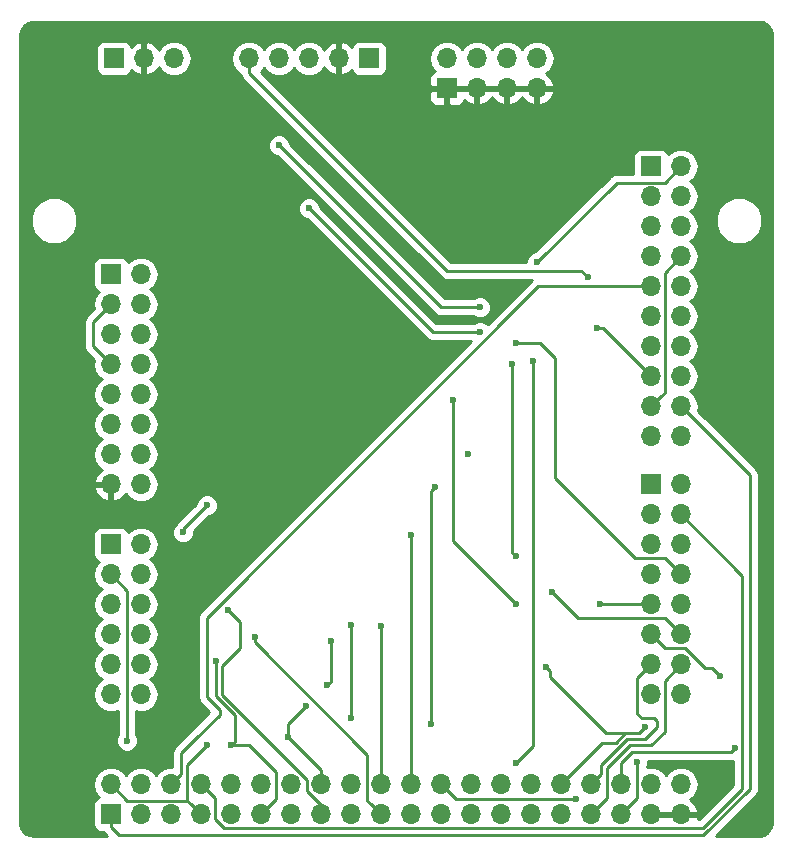
<source format=gbr>
G04 #@! TF.GenerationSoftware,KiCad,Pcbnew,(5.0.1)-4*
G04 #@! TF.CreationDate,2018-11-19T18:58:20-05:00*
G04 #@! TF.ProjectId,k64shield,6B3634736869656C642E6B696361645F,rev?*
G04 #@! TF.SameCoordinates,Original*
G04 #@! TF.FileFunction,Copper,L2,Bot,Signal*
G04 #@! TF.FilePolarity,Positive*
%FSLAX46Y46*%
G04 Gerber Fmt 4.6, Leading zero omitted, Abs format (unit mm)*
G04 Created by KiCad (PCBNEW (5.0.1)-4) date 11/19/2018 6:58:20 PM*
%MOMM*%
%LPD*%
G01*
G04 APERTURE LIST*
G04 #@! TA.AperFunction,ComponentPad*
%ADD10R,1.700000X1.700000*%
G04 #@! TD*
G04 #@! TA.AperFunction,ComponentPad*
%ADD11O,1.700000X1.700000*%
G04 #@! TD*
G04 #@! TA.AperFunction,ViaPad*
%ADD12C,0.600000*%
G04 #@! TD*
G04 #@! TA.AperFunction,Conductor*
%ADD13C,0.250000*%
G04 #@! TD*
G04 #@! TA.AperFunction,Conductor*
%ADD14C,0.254000*%
G04 #@! TD*
G04 APERTURE END LIST*
D10*
G04 #@! TO.P,J3,1*
G04 #@! TO.N,/B2*
X96774000Y-121920000D03*
D11*
G04 #@! TO.P,J3,2*
G04 #@! TO.N,/GND*
X96774000Y-119380000D03*
G04 #@! TO.P,J3,3*
G04 #@! TO.N,/B1*
X99314000Y-121920000D03*
G04 #@! TO.P,J3,4*
G04 #@! TO.N,/PTB2*
X99314000Y-119380000D03*
G04 #@! TO.P,J3,5*
G04 #@! TO.N,/RST*
X101854000Y-121920000D03*
G04 #@! TO.P,J3,6*
G04 #@! TO.N,/ADC1_DP0*
X101854000Y-119380000D03*
G04 #@! TO.P,J3,7*
G04 #@! TO.N,/GND*
X104394000Y-121920000D03*
G04 #@! TO.P,J3,8*
G04 #@! TO.N,/A2*
X104394000Y-119380000D03*
G04 #@! TO.P,J3,9*
G04 #@! TO.N,/PTB3*
X106934000Y-121920000D03*
G04 #@! TO.P,J3,10*
G04 #@! TO.N,/A1*
X106934000Y-119380000D03*
G04 #@! TO.P,J3,11*
G04 #@! TO.N,/GND*
X109474000Y-121920000D03*
G04 #@! TO.P,J3,12*
G04 #@! TO.N,/PTC10*
X109474000Y-119380000D03*
G04 #@! TO.P,J3,13*
G04 #@! TO.N,/DAC0_OUT*
X112014000Y-121920000D03*
G04 #@! TO.P,J3,14*
G04 #@! TO.N,/PTC11*
X112014000Y-119380000D03*
G04 #@! TO.P,J3,15*
G04 #@! TO.N,/ADC1_DP1*
X114554000Y-121920000D03*
G04 #@! TO.P,J3,16*
G04 #@! TO.N,/GND*
X114554000Y-119380000D03*
G04 #@! TO.P,J3,17*
G04 #@! TO.N,/PTB20*
X117094000Y-121920000D03*
G04 #@! TO.P,J3,18*
G04 #@! TO.N,/PTD3*
X117094000Y-119380000D03*
G04 #@! TO.P,J3,19*
G04 #@! TO.N,/PTB10*
X119634000Y-121920000D03*
G04 #@! TO.P,J3,20*
G04 #@! TO.N,/PTD2*
X119634000Y-119380000D03*
G04 #@! TO.P,J3,21*
G04 #@! TO.N,/GND*
X122174000Y-121920000D03*
G04 #@! TO.P,J3,22*
G04 #@! TO.N,/PTD1*
X122174000Y-119380000D03*
G04 #@! TO.P,J3,23*
G04 #@! TO.N,/PTB11*
X124714000Y-121920000D03*
G04 #@! TO.P,J3,24*
G04 #@! TO.N,/3v3*
X124714000Y-119380000D03*
G04 #@! TO.P,J3,25*
G04 #@! TO.N,/PTE25*
X127254000Y-121920000D03*
G04 #@! TO.P,J3,26*
G04 #@! TO.N,/PTD0*
X127254000Y-119380000D03*
G04 #@! TO.P,J3,27*
G04 #@! TO.N,/GND*
X129794000Y-121920000D03*
G04 #@! TO.P,J3,28*
G04 #@! TO.N,/PTC9*
X129794000Y-119380000D03*
G04 #@! TO.P,J3,29*
G04 #@! TO.N,/PTE24*
X132334000Y-121920000D03*
G04 #@! TO.P,J3,30*
G04 #@! TO.N,/PTB18*
X132334000Y-119380000D03*
G04 #@! TO.P,J3,31*
G04 #@! TO.N,/Rx3*
X134874000Y-121920000D03*
G04 #@! TO.P,J3,32*
G04 #@! TO.N,/GND*
X134874000Y-119380000D03*
G04 #@! TO.P,J3,33*
G04 #@! TO.N,/Tx3*
X137414000Y-121920000D03*
G04 #@! TO.P,J3,34*
G04 #@! TO.N,/PTB19*
X137414000Y-119380000D03*
G04 #@! TO.P,J3,35*
G04 #@! TO.N,/GND*
X139954000Y-121920000D03*
G04 #@! TO.P,J3,36*
G04 #@! TO.N,/PTA2*
X139954000Y-119380000D03*
G04 #@! TO.P,J3,37*
G04 #@! TO.N,/5V*
X142494000Y-121920000D03*
G04 #@! TO.P,J3,38*
G04 #@! TO.N,/PTA1*
X142494000Y-119380000D03*
G04 #@! TO.P,J3,39*
G04 #@! TO.N,/5V*
X145034000Y-121920000D03*
G04 #@! TO.P,J3,40*
G04 #@! TO.N,/3v3*
X145034000Y-119380000D03*
G04 #@! TD*
D10*
G04 #@! TO.P,J1,1*
G04 #@! TO.N,Net-(J1-Pad1)*
X96774000Y-76200000D03*
D11*
G04 #@! TO.P,J1,2*
G04 #@! TO.N,Net-(J1-Pad2)*
X99314000Y-76200000D03*
G04 #@! TO.P,J1,3*
G04 #@! TO.N,/3v3*
X96774000Y-78740000D03*
G04 #@! TO.P,J1,4*
G04 #@! TO.N,Net-(J1-Pad4)*
X99314000Y-78740000D03*
G04 #@! TO.P,J1,5*
G04 #@! TO.N,/RST*
X96774000Y-81280000D03*
G04 #@! TO.P,J1,6*
G04 #@! TO.N,Net-(J1-Pad6)*
X99314000Y-81280000D03*
G04 #@! TO.P,J1,7*
G04 #@! TO.N,/3v3*
X96774000Y-83820000D03*
G04 #@! TO.P,J1,8*
G04 #@! TO.N,Net-(J1-Pad8)*
X99314000Y-83820000D03*
G04 #@! TO.P,J1,9*
G04 #@! TO.N,Net-(J1-Pad9)*
X96774000Y-86360000D03*
G04 #@! TO.P,J1,10*
G04 #@! TO.N,Net-(J1-Pad10)*
X99314000Y-86360000D03*
G04 #@! TO.P,J1,11*
G04 #@! TO.N,/GND*
X96774000Y-88900000D03*
G04 #@! TO.P,J1,12*
G04 #@! TO.N,Net-(J1-Pad12)*
X99314000Y-88900000D03*
G04 #@! TO.P,J1,13*
G04 #@! TO.N,/GND*
X96774000Y-91440000D03*
G04 #@! TO.P,J1,14*
G04 #@! TO.N,Net-(J1-Pad14)*
X99314000Y-91440000D03*
G04 #@! TO.P,J1,15*
G04 #@! TO.N,/5V*
X96774000Y-93980000D03*
G04 #@! TO.P,J1,16*
G04 #@! TO.N,Net-(J1-Pad16)*
X99314000Y-93980000D03*
G04 #@! TD*
D10*
G04 #@! TO.P,J2,1*
G04 #@! TO.N,/PTB2*
X96774000Y-99060000D03*
D11*
G04 #@! TO.P,J2,2*
G04 #@! TO.N,Net-(J2-Pad2)*
X99314000Y-99060000D03*
G04 #@! TO.P,J2,3*
G04 #@! TO.N,/PTB3*
X96774000Y-101600000D03*
G04 #@! TO.P,J2,4*
G04 #@! TO.N,Net-(J2-Pad4)*
X99314000Y-101600000D03*
G04 #@! TO.P,J2,5*
G04 #@! TO.N,/PTB10*
X96774000Y-104140000D03*
G04 #@! TO.P,J2,6*
G04 #@! TO.N,/ADC1_DP1*
X99314000Y-104140000D03*
G04 #@! TO.P,J2,7*
G04 #@! TO.N,/PTB11*
X96774000Y-106680000D03*
G04 #@! TO.P,J2,8*
G04 #@! TO.N,Net-(J2-Pad8)*
X99314000Y-106680000D03*
G04 #@! TO.P,J2,9*
G04 #@! TO.N,/PTC11*
X96774000Y-109220000D03*
G04 #@! TO.P,J2,10*
G04 #@! TO.N,/PTB20*
X99314000Y-109220000D03*
G04 #@! TO.P,J2,11*
G04 #@! TO.N,/PTC10*
X96774000Y-111760000D03*
G04 #@! TO.P,J2,12*
G04 #@! TO.N,/DAC0_OUT*
X99314000Y-111760000D03*
G04 #@! TD*
D10*
G04 #@! TO.P,J4,1*
G04 #@! TO.N,Net-(J4-Pad1)*
X142494000Y-67056000D03*
D11*
G04 #@! TO.P,J4,2*
G04 #@! TO.N,/PTE24*
X145034000Y-67056000D03*
G04 #@! TO.P,J4,3*
G04 #@! TO.N,Net-(J4-Pad3)*
X142494000Y-69596000D03*
G04 #@! TO.P,J4,4*
G04 #@! TO.N,/PTE25*
X145034000Y-69596000D03*
G04 #@! TO.P,J4,5*
G04 #@! TO.N,Net-(J4-Pad5)*
X142494000Y-72136000D03*
G04 #@! TO.P,J4,6*
G04 #@! TO.N,Net-(J4-Pad6)*
X145034000Y-72136000D03*
G04 #@! TO.P,J4,7*
G04 #@! TO.N,Net-(J4-Pad7)*
X142494000Y-74676000D03*
G04 #@! TO.P,J4,8*
G04 #@! TO.N,/GND*
X145034000Y-74676000D03*
G04 #@! TO.P,J4,9*
G04 #@! TO.N,/ADC1_DP0*
X142494000Y-77216000D03*
G04 #@! TO.P,J4,10*
G04 #@! TO.N,/PTD1*
X145034000Y-77216000D03*
G04 #@! TO.P,J4,11*
G04 #@! TO.N,Net-(J4-Pad11)*
X142494000Y-79756000D03*
G04 #@! TO.P,J4,12*
G04 #@! TO.N,/PTD3*
X145034000Y-79756000D03*
G04 #@! TO.P,J4,13*
G04 #@! TO.N,Net-(J4-Pad13)*
X142494000Y-82296000D03*
G04 #@! TO.P,J4,14*
G04 #@! TO.N,/PTD2*
X145034000Y-82296000D03*
G04 #@! TO.P,J4,15*
G04 #@! TO.N,/AO*
X142494000Y-84836000D03*
G04 #@! TO.P,J4,16*
G04 #@! TO.N,/PTD0*
X145034000Y-84836000D03*
G04 #@! TO.P,J4,17*
G04 #@! TO.N,/GND*
X142494000Y-87376000D03*
G04 #@! TO.P,J4,18*
G04 #@! TO.N,/B2*
X145034000Y-87376000D03*
G04 #@! TO.P,J4,19*
G04 #@! TO.N,Net-(J4-Pad19)*
X142494000Y-89916000D03*
G04 #@! TO.P,J4,20*
G04 #@! TO.N,Net-(J4-Pad20)*
X145034000Y-89916000D03*
G04 #@! TD*
D10*
G04 #@! TO.P,J5,1*
G04 #@! TO.N,Net-(J5-Pad1)*
X142494000Y-93980000D03*
D11*
G04 #@! TO.P,J5,2*
G04 #@! TO.N,/B1*
X145034000Y-93980000D03*
G04 #@! TO.P,J5,3*
G04 #@! TO.N,Net-(J5-Pad3)*
X142494000Y-96520000D03*
G04 #@! TO.P,J5,4*
G04 #@! TO.N,/A2*
X145034000Y-96520000D03*
G04 #@! TO.P,J5,5*
G04 #@! TO.N,Net-(J5-Pad5)*
X142494000Y-99060000D03*
G04 #@! TO.P,J5,6*
G04 #@! TO.N,/PTA2*
X145034000Y-99060000D03*
G04 #@! TO.P,J5,7*
G04 #@! TO.N,/PTC9*
X142494000Y-101600000D03*
G04 #@! TO.P,J5,8*
G04 #@! TO.N,/SI*
X145034000Y-101600000D03*
G04 #@! TO.P,J5,9*
G04 #@! TO.N,/SIG*
X142494000Y-104140000D03*
G04 #@! TO.P,J5,10*
G04 #@! TO.N,/PTA1*
X145034000Y-104140000D03*
G04 #@! TO.P,J5,11*
G04 #@! TO.N,/A1*
X142494000Y-106680000D03*
G04 #@! TO.P,J5,12*
G04 #@! TO.N,/CLK*
X145034000Y-106680000D03*
G04 #@! TO.P,J5,13*
G04 #@! TO.N,/PTB19*
X142494000Y-109220000D03*
G04 #@! TO.P,J5,14*
G04 #@! TO.N,/Tx3*
X145034000Y-109220000D03*
G04 #@! TO.P,J5,15*
G04 #@! TO.N,/PTB18*
X142494000Y-111760000D03*
G04 #@! TO.P,J5,16*
G04 #@! TO.N,/Rx3*
X145034000Y-111760000D03*
G04 #@! TD*
D10*
G04 #@! TO.P,J6,1*
G04 #@! TO.N,/GND*
X118618000Y-57912000D03*
D11*
G04 #@! TO.P,J6,2*
G04 #@! TO.N,/5V*
X116078000Y-57912000D03*
G04 #@! TO.P,J6,3*
G04 #@! TO.N,/CLK*
X113538000Y-57912000D03*
G04 #@! TO.P,J6,4*
G04 #@! TO.N,/SI*
X110998000Y-57912000D03*
G04 #@! TO.P,J6,5*
G04 #@! TO.N,/AO*
X108458000Y-57912000D03*
G04 #@! TD*
D10*
G04 #@! TO.P,J7,1*
G04 #@! TO.N,/GND*
X97028000Y-57912000D03*
D11*
G04 #@! TO.P,J7,2*
G04 #@! TO.N,/5V*
X99568000Y-57912000D03*
G04 #@! TO.P,J7,3*
G04 #@! TO.N,/SIG*
X102108000Y-57912000D03*
G04 #@! TD*
G04 #@! TO.P,J8,8*
G04 #@! TO.N,/GND*
X132842000Y-57912000D03*
G04 #@! TO.P,J8,7*
G04 #@! TO.N,/5V*
X132842000Y-60452000D03*
G04 #@! TO.P,J8,6*
G04 #@! TO.N,/GND*
X130302000Y-57912000D03*
G04 #@! TO.P,J8,5*
G04 #@! TO.N,/5V*
X130302000Y-60452000D03*
G04 #@! TO.P,J8,4*
G04 #@! TO.N,/GND*
X127762000Y-57912000D03*
G04 #@! TO.P,J8,3*
G04 #@! TO.N,/5V*
X127762000Y-60452000D03*
G04 #@! TO.P,J8,2*
G04 #@! TO.N,/GND*
X125222000Y-57912000D03*
D10*
G04 #@! TO.P,J8,1*
G04 #@! TO.N,/5V*
X125222000Y-60452000D03*
G04 #@! TD*
D12*
G04 #@! TO.N,/GND*
X106934000Y-116078000D03*
X104902000Y-116078000D03*
X133604000Y-109474000D03*
X111760000Y-115383919D03*
X113284000Y-112776000D03*
X115062000Y-110998000D03*
X115361999Y-107233999D03*
X102870000Y-98044000D03*
X104902000Y-95758000D03*
X105664000Y-108966000D03*
X141318999Y-117442999D03*
X141986000Y-114554000D03*
G04 #@! TO.N,/5V*
X149352000Y-119126000D03*
X146558000Y-117856000D03*
X151213736Y-121412000D03*
G04 #@! TO.N,/A1*
X148336000Y-110236000D03*
G04 #@! TO.N,/AO*
X137160000Y-76454000D03*
X137922000Y-80772000D03*
G04 #@! TO.N,/CLK*
X134112000Y-103124000D03*
X131064000Y-100076000D03*
X130764001Y-83820000D03*
X128016000Y-81071999D03*
X113538000Y-70612000D03*
G04 #@! TO.N,/SIG*
X125730000Y-86868000D03*
X131064000Y-104140000D03*
X138176000Y-104140000D03*
G04 #@! TO.N,/SI*
X131064000Y-82042000D03*
X128016000Y-78994000D03*
X110998000Y-65278000D03*
G04 #@! TO.N,/3v3*
X136144000Y-120650000D03*
G04 #@! TO.N,/PTB3*
X98138999Y-115664999D03*
G04 #@! TO.N,/PTB10*
X108966000Y-106934000D03*
G04 #@! TO.N,/ADC1_DP1*
X106680000Y-104648000D03*
G04 #@! TO.N,/PTD3*
X117094000Y-105918000D03*
X117094000Y-113792000D03*
G04 #@! TO.N,/PTD2*
X119634000Y-105956998D03*
G04 #@! TO.N,/PTD1*
X122212998Y-98298000D03*
G04 #@! TO.N,/PTE25*
X127000000Y-91440000D03*
X124206000Y-94234000D03*
X123906001Y-114254001D03*
G04 #@! TO.N,/PTE24*
X132842000Y-75184000D03*
X132542001Y-83520001D03*
X131064000Y-117602000D03*
G04 #@! TO.N,/PTA2*
X149606000Y-116332000D03*
G04 #@! TD*
D13*
G04 #@! TO.N,/GND*
X102870000Y-98044000D02*
X102870000Y-98044000D01*
X102870000Y-97790000D02*
X104902000Y-95758000D01*
X109474000Y-121920000D02*
X110744000Y-120650000D01*
X106934000Y-116078000D02*
X106934000Y-116078000D01*
X103218999Y-117761001D02*
X104902000Y-116078000D01*
X103218999Y-120744999D02*
X103218999Y-117761001D01*
X114554000Y-118177919D02*
X111760000Y-115383919D01*
X114554000Y-119380000D02*
X114554000Y-118177919D01*
X111760000Y-115383919D02*
X111760000Y-115383919D01*
X111760000Y-115383919D02*
X111760000Y-114300000D01*
X111760000Y-114300000D02*
X113284000Y-112776000D01*
X113284000Y-112776000D02*
X113284000Y-112776000D01*
X115361999Y-110698001D02*
X115361999Y-107233999D01*
X115062000Y-110998000D02*
X115361999Y-110698001D01*
X115361999Y-107233999D02*
X115361999Y-107233999D01*
X102870000Y-98044000D02*
X102870000Y-97790000D01*
X104902000Y-95758000D02*
X104902000Y-95758000D01*
X103544001Y-121070001D02*
X104394000Y-121920000D01*
X103218999Y-120744999D02*
X103544001Y-121070001D01*
X98138999Y-120744999D02*
X103218999Y-120744999D01*
X96774000Y-119380000D02*
X98138999Y-120744999D01*
X143343999Y-86526001D02*
X142494000Y-87376000D01*
X143669001Y-86200999D02*
X143343999Y-86526001D01*
X143669001Y-76040999D02*
X143669001Y-86200999D01*
X145034000Y-74676000D02*
X143669001Y-76040999D01*
X110744000Y-120650000D02*
X110744000Y-118364000D01*
X108458000Y-116078000D02*
X106934000Y-116078000D01*
X110744000Y-118364000D02*
X108458000Y-116078000D01*
X107233999Y-113497407D02*
X105664000Y-111927408D01*
X106934000Y-116078000D02*
X107233999Y-115778001D01*
X107233999Y-115778001D02*
X107233999Y-113497407D01*
X105664000Y-111927408D02*
X105664000Y-108966000D01*
X105664000Y-108966000D02*
X105664000Y-108966000D01*
X141318999Y-120555001D02*
X141318999Y-117442999D01*
X139954000Y-121920000D02*
X141318999Y-120555001D01*
X141318999Y-117442999D02*
X141224000Y-117348000D01*
X141986000Y-114554000D02*
X141986000Y-114554000D01*
X134874000Y-119380000D02*
X138365795Y-115888205D01*
X141478000Y-115062000D02*
X141986000Y-114554000D01*
X140333590Y-115062000D02*
X141478000Y-115062000D01*
X139507385Y-115888205D02*
X140333590Y-115062000D01*
X138365795Y-115888205D02*
X139507385Y-115888205D01*
X133903999Y-109773999D02*
X133903999Y-110281999D01*
X133604000Y-109474000D02*
X133903999Y-109773999D01*
X138684000Y-115062000D02*
X140333590Y-115062000D01*
X133903999Y-110281999D02*
X138684000Y-115062000D01*
G04 #@! TO.N,/5V*
X146558000Y-117856000D02*
X146558000Y-117856000D01*
X148082000Y-117856000D02*
X149352000Y-119126000D01*
X149352000Y-119126000D02*
X149352000Y-119126000D01*
X146558000Y-117856000D02*
X148082000Y-117856000D01*
X99568000Y-57912000D02*
X99568000Y-60198000D01*
G04 #@! TO.N,/A1*
X147631990Y-109531990D02*
X148336000Y-110236000D01*
X147084992Y-109531990D02*
X147631990Y-109531990D01*
X145408003Y-107855001D02*
X147084992Y-109531990D01*
X142494000Y-106680000D02*
X143669001Y-107855001D01*
X143669001Y-107855001D02*
X145408003Y-107855001D01*
G04 #@! TO.N,/A2*
X105243999Y-120229999D02*
X104394000Y-119380000D01*
X105569001Y-120555001D02*
X105243999Y-120229999D01*
X150231001Y-101717001D02*
X150231001Y-119770999D01*
X145034000Y-96520000D02*
X150231001Y-101717001D01*
X150231001Y-119770999D02*
X146906999Y-123095001D01*
X146906999Y-123095001D02*
X106331001Y-123095001D01*
X106331001Y-123095001D02*
X105569001Y-122333001D01*
X105569001Y-122333001D02*
X105569001Y-120555001D01*
G04 #@! TO.N,/B2*
X96774000Y-123020000D02*
X97452000Y-123698000D01*
X96774000Y-121920000D02*
X96774000Y-123020000D01*
X146940410Y-123698000D02*
X150876000Y-119762410D01*
X97452000Y-123698000D02*
X146940410Y-123698000D01*
X150876000Y-93218000D02*
X145034000Y-87376000D01*
X150876000Y-119762410D02*
X150876000Y-93218000D01*
G04 #@! TO.N,/AO*
X108458000Y-59114081D02*
X125222000Y-75878081D01*
X108458000Y-57912000D02*
X108458000Y-59114081D01*
X125222000Y-75878081D02*
X136584081Y-75878081D01*
X136584081Y-75878081D02*
X137160000Y-76454000D01*
X137160000Y-76454000D02*
X137160000Y-76454000D01*
X138430000Y-80772000D02*
X142494000Y-84836000D01*
X137922000Y-80772000D02*
X138430000Y-80772000D01*
G04 #@! TO.N,/CLK*
X143669001Y-105315001D02*
X136303001Y-105315001D01*
X145034000Y-106680000D02*
X143669001Y-105315001D01*
X136303001Y-105315001D02*
X134112000Y-103124000D01*
X134112000Y-103124000D02*
X134112000Y-103124000D01*
X130764001Y-99776001D02*
X130764001Y-83820000D01*
X131064000Y-100076000D02*
X130764001Y-99776001D01*
X130764001Y-83820000D02*
X130764001Y-83774001D01*
X128016000Y-81071999D02*
X123997999Y-81071999D01*
X123997999Y-81071999D02*
X113538000Y-70612000D01*
X113538000Y-70612000D02*
X113538000Y-70612000D01*
G04 #@! TO.N,/SIG*
X125730000Y-86868000D02*
X125730000Y-98806000D01*
X125730000Y-98806000D02*
X131064000Y-104140000D01*
X131064000Y-104140000D02*
X131064000Y-104140000D01*
X138176000Y-104140000D02*
X142494000Y-104140000D01*
G04 #@! TO.N,/SI*
X143669001Y-100235001D02*
X141129001Y-100235001D01*
X145034000Y-101600000D02*
X143669001Y-100235001D01*
X141129001Y-100235001D02*
X134366000Y-93472000D01*
X134366000Y-93472000D02*
X134366000Y-83312000D01*
X134366000Y-83312000D02*
X133096000Y-82042000D01*
X133096000Y-82042000D02*
X131064000Y-82042000D01*
X131064000Y-82042000D02*
X131064000Y-82042000D01*
X128016000Y-78994000D02*
X124714000Y-78994000D01*
X124714000Y-78994000D02*
X110998000Y-65278000D01*
X110998000Y-65278000D02*
X110998000Y-65278000D01*
G04 #@! TO.N,/3v3*
X125984000Y-120650000D02*
X124714000Y-119380000D01*
X96774000Y-83820000D02*
X95250000Y-82296000D01*
X95250000Y-80264000D02*
X96774000Y-78740000D01*
X95250000Y-82296000D02*
X95250000Y-80264000D01*
X125984000Y-120650000D02*
X133604000Y-120650000D01*
X133604000Y-120650000D02*
X134874000Y-120650000D01*
X134874000Y-120650000D02*
X135518999Y-120650000D01*
X135518999Y-120650000D02*
X136144000Y-120650000D01*
X136144000Y-120650000D02*
X136144000Y-120650000D01*
G04 #@! TO.N,/PTB3*
X98138999Y-102964999D02*
X98138999Y-115664999D01*
X96774000Y-101600000D02*
X98138999Y-102964999D01*
X98138999Y-115664999D02*
X98138999Y-115664999D01*
G04 #@! TO.N,/PTB10*
X118784001Y-121070001D02*
X119634000Y-121920000D01*
X118458999Y-120744999D02*
X118784001Y-121070001D01*
X118458999Y-116851263D02*
X118458999Y-120744999D01*
X108966000Y-107358264D02*
X118458999Y-116851263D01*
X108966000Y-106934000D02*
X108966000Y-107358264D01*
G04 #@! TO.N,/ADC1_DP1*
X106172000Y-111798998D02*
X113378999Y-119005997D01*
X114554000Y-121920000D02*
X114554000Y-121158000D01*
X113340001Y-119044995D02*
X113378999Y-119005997D01*
X113340001Y-119944001D02*
X113340001Y-119044995D01*
X114554000Y-121158000D02*
X113340001Y-119944001D01*
X106172000Y-109383002D02*
X107696000Y-107859002D01*
X106172000Y-111798998D02*
X106172000Y-109383002D01*
X107696000Y-107859002D02*
X107696000Y-105664000D01*
X107696000Y-105664000D02*
X106680000Y-104648000D01*
X106680000Y-104648000D02*
X106680000Y-104648000D01*
G04 #@! TO.N,/ADC1_DP0*
X102703999Y-118530001D02*
X102703999Y-116752001D01*
X101854000Y-119380000D02*
X102703999Y-118530001D01*
X105963999Y-113492001D02*
X103886000Y-115570000D01*
X105963999Y-113075999D02*
X105963999Y-113492001D01*
X103886000Y-115570000D02*
X104140000Y-115316000D01*
X102703999Y-116752001D02*
X103886000Y-115570000D01*
X142494000Y-77216000D02*
X132932998Y-77216000D01*
X132932998Y-77216000D02*
X104902000Y-105246998D01*
X104902000Y-105246998D02*
X104902000Y-112014000D01*
X104902000Y-112014000D02*
X105963999Y-113075999D01*
G04 #@! TO.N,/PTD3*
X117094000Y-105918000D02*
X117094000Y-113792000D01*
X117094000Y-113792000D02*
X117094000Y-113792000D01*
G04 #@! TO.N,/PTD2*
X119634000Y-105956998D02*
X119634000Y-119380000D01*
G04 #@! TO.N,/PTD1*
X122212998Y-119341002D02*
X122174000Y-119380000D01*
X122212998Y-98298000D02*
X122212998Y-119341002D01*
G04 #@! TO.N,/PTE25*
X123906001Y-94533999D02*
X123906001Y-114254001D01*
X124206000Y-94234000D02*
X123906001Y-94533999D01*
X123906001Y-114254001D02*
X123906001Y-114254001D01*
G04 #@! TO.N,/PTE24*
X143669001Y-68420999D02*
X139605001Y-68420999D01*
X145034000Y-67056000D02*
X143669001Y-68420999D01*
X139605001Y-68420999D02*
X132842000Y-75184000D01*
X132842000Y-75184000D02*
X132842000Y-75184000D01*
X132542001Y-83520001D02*
X132542001Y-116123999D01*
X132542001Y-116123999D02*
X131064000Y-117602000D01*
X131064000Y-117602000D02*
X131064000Y-117602000D01*
G04 #@! TO.N,/Tx3*
X143669001Y-110584999D02*
X145034000Y-109220000D01*
X138778999Y-120555001D02*
X138778999Y-118015001D01*
X137414000Y-121920000D02*
X138778999Y-120555001D01*
X140716000Y-116078000D02*
X142494000Y-116078000D01*
X142494000Y-116078000D02*
X143669001Y-114902999D01*
X138778999Y-118015001D02*
X140716000Y-116078000D01*
X143669001Y-114902999D02*
X143669001Y-110584999D01*
G04 #@! TO.N,/PTB19*
X141318999Y-110395001D02*
X142494000Y-109220000D01*
X141318999Y-113378999D02*
X141318999Y-110395001D01*
X143002000Y-114046000D02*
X142748000Y-113792000D01*
X137414000Y-119380000D02*
X138263999Y-118530001D01*
X138263999Y-118530001D02*
X138263999Y-117768001D01*
X142748000Y-113792000D02*
X141732000Y-113792000D01*
X138263999Y-117768001D02*
X140462000Y-115570000D01*
X141732000Y-113792000D02*
X141318999Y-113378999D01*
X140462000Y-115570000D02*
X141986000Y-115570000D01*
X141986000Y-115570000D02*
X143002000Y-114554000D01*
X143002000Y-114554000D02*
X143002000Y-114046000D01*
G04 #@! TO.N,/PTA2*
X149306001Y-116631999D02*
X149606000Y-116332000D01*
X140924001Y-116631999D02*
X149306001Y-116631999D01*
X139954000Y-119380000D02*
X139954000Y-117602000D01*
X139954000Y-117602000D02*
X140924001Y-116631999D01*
G04 #@! TD*
D14*
G04 #@! TO.N,/5V*
G36*
X151949687Y-54866839D02*
X152233819Y-55003277D01*
X152465273Y-55217232D01*
X152623583Y-55489782D01*
X152703701Y-55835435D01*
X152706001Y-55893978D01*
X152706000Y-122628930D01*
X152651161Y-122993687D01*
X152514722Y-123277820D01*
X152300768Y-123509273D01*
X152028219Y-123667583D01*
X151682566Y-123747701D01*
X151624047Y-123750000D01*
X147963211Y-123750000D01*
X151360473Y-120352739D01*
X151423929Y-120310339D01*
X151499613Y-120197070D01*
X151591904Y-120058948D01*
X151609531Y-119970329D01*
X151636000Y-119837262D01*
X151636000Y-119837258D01*
X151650888Y-119762410D01*
X151636000Y-119687562D01*
X151636000Y-93292848D01*
X151650888Y-93218000D01*
X151636000Y-93143152D01*
X151636000Y-93143148D01*
X151591904Y-92921463D01*
X151423929Y-92670071D01*
X151360473Y-92627671D01*
X146475209Y-87742408D01*
X146548092Y-87376000D01*
X146432839Y-86796582D01*
X146104625Y-86305375D01*
X145806239Y-86106000D01*
X146104625Y-85906625D01*
X146432839Y-85415418D01*
X146548092Y-84836000D01*
X146432839Y-84256582D01*
X146104625Y-83765375D01*
X145806239Y-83566000D01*
X146104625Y-83366625D01*
X146432839Y-82875418D01*
X146548092Y-82296000D01*
X146432839Y-81716582D01*
X146104625Y-81225375D01*
X145806239Y-81026000D01*
X146104625Y-80826625D01*
X146432839Y-80335418D01*
X146548092Y-79756000D01*
X146432839Y-79176582D01*
X146104625Y-78685375D01*
X145806239Y-78486000D01*
X146104625Y-78286625D01*
X146432839Y-77795418D01*
X146548092Y-77216000D01*
X146432839Y-76636582D01*
X146104625Y-76145375D01*
X145806239Y-75946000D01*
X146104625Y-75746625D01*
X146432839Y-75255418D01*
X146548092Y-74676000D01*
X146432839Y-74096582D01*
X146104625Y-73605375D01*
X145806239Y-73406000D01*
X146104625Y-73206625D01*
X146432839Y-72715418D01*
X146548092Y-72136000D01*
X146432839Y-71556582D01*
X146231435Y-71255159D01*
X147963000Y-71255159D01*
X147963000Y-72044841D01*
X148265199Y-72774412D01*
X148823588Y-73332801D01*
X149553159Y-73635000D01*
X150342841Y-73635000D01*
X151072412Y-73332801D01*
X151630801Y-72774412D01*
X151933000Y-72044841D01*
X151933000Y-71255159D01*
X151630801Y-70525588D01*
X151072412Y-69967199D01*
X150342841Y-69665000D01*
X149553159Y-69665000D01*
X148823588Y-69967199D01*
X148265199Y-70525588D01*
X147963000Y-71255159D01*
X146231435Y-71255159D01*
X146104625Y-71065375D01*
X145806239Y-70866000D01*
X146104625Y-70666625D01*
X146432839Y-70175418D01*
X146548092Y-69596000D01*
X146432839Y-69016582D01*
X146104625Y-68525375D01*
X145806239Y-68326000D01*
X146104625Y-68126625D01*
X146432839Y-67635418D01*
X146548092Y-67056000D01*
X146432839Y-66476582D01*
X146104625Y-65985375D01*
X145613418Y-65657161D01*
X145180256Y-65571000D01*
X144887744Y-65571000D01*
X144454582Y-65657161D01*
X143963375Y-65985375D01*
X143951184Y-66003619D01*
X143942157Y-65958235D01*
X143801809Y-65748191D01*
X143591765Y-65607843D01*
X143344000Y-65558560D01*
X141644000Y-65558560D01*
X141396235Y-65607843D01*
X141186191Y-65748191D01*
X141045843Y-65958235D01*
X140996560Y-66206000D01*
X140996560Y-67660999D01*
X139679849Y-67660999D01*
X139605001Y-67646111D01*
X139530153Y-67660999D01*
X139530149Y-67660999D01*
X139356606Y-67695519D01*
X139308463Y-67705095D01*
X139121419Y-67830075D01*
X139057072Y-67873070D01*
X139014672Y-67936526D01*
X132702199Y-74249000D01*
X132656017Y-74249000D01*
X132312365Y-74391345D01*
X132049345Y-74654365D01*
X131907000Y-74998017D01*
X131907000Y-75118081D01*
X125536802Y-75118081D01*
X111156471Y-60737750D01*
X123737000Y-60737750D01*
X123737000Y-61428309D01*
X123833673Y-61661698D01*
X124012301Y-61840327D01*
X124245690Y-61937000D01*
X124936250Y-61937000D01*
X125095000Y-61778250D01*
X125095000Y-60579000D01*
X125349000Y-60579000D01*
X125349000Y-61778250D01*
X125507750Y-61937000D01*
X126198310Y-61937000D01*
X126431699Y-61840327D01*
X126610327Y-61661698D01*
X126697136Y-61452122D01*
X126995076Y-61723645D01*
X127405110Y-61893476D01*
X127635000Y-61772155D01*
X127635000Y-60579000D01*
X127889000Y-60579000D01*
X127889000Y-61772155D01*
X128118890Y-61893476D01*
X128528924Y-61723645D01*
X128957183Y-61333358D01*
X129032000Y-61174046D01*
X129106817Y-61333358D01*
X129535076Y-61723645D01*
X129945110Y-61893476D01*
X130175000Y-61772155D01*
X130175000Y-60579000D01*
X130429000Y-60579000D01*
X130429000Y-61772155D01*
X130658890Y-61893476D01*
X131068924Y-61723645D01*
X131497183Y-61333358D01*
X131572000Y-61174046D01*
X131646817Y-61333358D01*
X132075076Y-61723645D01*
X132485110Y-61893476D01*
X132715000Y-61772155D01*
X132715000Y-60579000D01*
X132969000Y-60579000D01*
X132969000Y-61772155D01*
X133198890Y-61893476D01*
X133608924Y-61723645D01*
X134037183Y-61333358D01*
X134283486Y-60808892D01*
X134162819Y-60579000D01*
X132969000Y-60579000D01*
X132715000Y-60579000D01*
X130429000Y-60579000D01*
X130175000Y-60579000D01*
X127889000Y-60579000D01*
X127635000Y-60579000D01*
X125349000Y-60579000D01*
X125095000Y-60579000D01*
X123895750Y-60579000D01*
X123737000Y-60737750D01*
X111156471Y-60737750D01*
X109452326Y-59033606D01*
X109528625Y-58982625D01*
X109728000Y-58684239D01*
X109927375Y-58982625D01*
X110418582Y-59310839D01*
X110851744Y-59397000D01*
X111144256Y-59397000D01*
X111577418Y-59310839D01*
X112068625Y-58982625D01*
X112268000Y-58684239D01*
X112467375Y-58982625D01*
X112958582Y-59310839D01*
X113391744Y-59397000D01*
X113684256Y-59397000D01*
X114117418Y-59310839D01*
X114608625Y-58982625D01*
X114821843Y-58663522D01*
X114882817Y-58793358D01*
X115311076Y-59183645D01*
X115721110Y-59353476D01*
X115951000Y-59232155D01*
X115951000Y-58039000D01*
X115931000Y-58039000D01*
X115931000Y-57785000D01*
X115951000Y-57785000D01*
X115951000Y-56591845D01*
X116205000Y-56591845D01*
X116205000Y-57785000D01*
X116225000Y-57785000D01*
X116225000Y-58039000D01*
X116205000Y-58039000D01*
X116205000Y-59232155D01*
X116434890Y-59353476D01*
X116844924Y-59183645D01*
X117149261Y-58906292D01*
X117169843Y-59009765D01*
X117310191Y-59219809D01*
X117520235Y-59360157D01*
X117768000Y-59409440D01*
X119468000Y-59409440D01*
X119715765Y-59360157D01*
X119925809Y-59219809D01*
X120066157Y-59009765D01*
X120115440Y-58762000D01*
X120115440Y-57912000D01*
X123707908Y-57912000D01*
X123823161Y-58491418D01*
X124151375Y-58982625D01*
X124173032Y-58997096D01*
X124012301Y-59063673D01*
X123833673Y-59242302D01*
X123737000Y-59475691D01*
X123737000Y-60166250D01*
X123895750Y-60325000D01*
X125095000Y-60325000D01*
X125095000Y-60305000D01*
X125349000Y-60305000D01*
X125349000Y-60325000D01*
X127635000Y-60325000D01*
X127635000Y-60305000D01*
X127889000Y-60305000D01*
X127889000Y-60325000D01*
X130175000Y-60325000D01*
X130175000Y-60305000D01*
X130429000Y-60305000D01*
X130429000Y-60325000D01*
X132715000Y-60325000D01*
X132715000Y-60305000D01*
X132969000Y-60305000D01*
X132969000Y-60325000D01*
X134162819Y-60325000D01*
X134283486Y-60095108D01*
X134037183Y-59570642D01*
X133612214Y-59183353D01*
X133912625Y-58982625D01*
X134240839Y-58491418D01*
X134356092Y-57912000D01*
X134240839Y-57332582D01*
X133912625Y-56841375D01*
X133421418Y-56513161D01*
X132988256Y-56427000D01*
X132695744Y-56427000D01*
X132262582Y-56513161D01*
X131771375Y-56841375D01*
X131572000Y-57139761D01*
X131372625Y-56841375D01*
X130881418Y-56513161D01*
X130448256Y-56427000D01*
X130155744Y-56427000D01*
X129722582Y-56513161D01*
X129231375Y-56841375D01*
X129032000Y-57139761D01*
X128832625Y-56841375D01*
X128341418Y-56513161D01*
X127908256Y-56427000D01*
X127615744Y-56427000D01*
X127182582Y-56513161D01*
X126691375Y-56841375D01*
X126492000Y-57139761D01*
X126292625Y-56841375D01*
X125801418Y-56513161D01*
X125368256Y-56427000D01*
X125075744Y-56427000D01*
X124642582Y-56513161D01*
X124151375Y-56841375D01*
X123823161Y-57332582D01*
X123707908Y-57912000D01*
X120115440Y-57912000D01*
X120115440Y-57062000D01*
X120066157Y-56814235D01*
X119925809Y-56604191D01*
X119715765Y-56463843D01*
X119468000Y-56414560D01*
X117768000Y-56414560D01*
X117520235Y-56463843D01*
X117310191Y-56604191D01*
X117169843Y-56814235D01*
X117149261Y-56917708D01*
X116844924Y-56640355D01*
X116434890Y-56470524D01*
X116205000Y-56591845D01*
X115951000Y-56591845D01*
X115721110Y-56470524D01*
X115311076Y-56640355D01*
X114882817Y-57030642D01*
X114821843Y-57160478D01*
X114608625Y-56841375D01*
X114117418Y-56513161D01*
X113684256Y-56427000D01*
X113391744Y-56427000D01*
X112958582Y-56513161D01*
X112467375Y-56841375D01*
X112268000Y-57139761D01*
X112068625Y-56841375D01*
X111577418Y-56513161D01*
X111144256Y-56427000D01*
X110851744Y-56427000D01*
X110418582Y-56513161D01*
X109927375Y-56841375D01*
X109728000Y-57139761D01*
X109528625Y-56841375D01*
X109037418Y-56513161D01*
X108604256Y-56427000D01*
X108311744Y-56427000D01*
X107878582Y-56513161D01*
X107387375Y-56841375D01*
X107059161Y-57332582D01*
X106943908Y-57912000D01*
X107059161Y-58491418D01*
X107387375Y-58982625D01*
X107698287Y-59190370D01*
X107742097Y-59410618D01*
X107849022Y-59570642D01*
X107910072Y-59662010D01*
X107973528Y-59704410D01*
X124631670Y-76362553D01*
X124674071Y-76426010D01*
X124925463Y-76593985D01*
X125147148Y-76638081D01*
X125147152Y-76638081D01*
X125221999Y-76652969D01*
X125296846Y-76638081D01*
X132429952Y-76638081D01*
X132385069Y-76668071D01*
X132342669Y-76731527D01*
X128670244Y-80403953D01*
X128545635Y-80279344D01*
X128201983Y-80136999D01*
X127830017Y-80136999D01*
X127486365Y-80279344D01*
X127453710Y-80311999D01*
X124312802Y-80311999D01*
X114473000Y-70472199D01*
X114473000Y-70426017D01*
X114330655Y-70082365D01*
X114067635Y-69819345D01*
X113723983Y-69677000D01*
X113352017Y-69677000D01*
X113008365Y-69819345D01*
X112745345Y-70082365D01*
X112603000Y-70426017D01*
X112603000Y-70797983D01*
X112745345Y-71141635D01*
X113008365Y-71404655D01*
X113352017Y-71547000D01*
X113398199Y-71547000D01*
X123407672Y-81556475D01*
X123450070Y-81619928D01*
X123513523Y-81662326D01*
X123513525Y-81662328D01*
X123637946Y-81745463D01*
X123701462Y-81787903D01*
X123923147Y-81831999D01*
X123923151Y-81831999D01*
X123997998Y-81846887D01*
X124072845Y-81831999D01*
X127242197Y-81831999D01*
X104417530Y-104656667D01*
X104354071Y-104699069D01*
X104186096Y-104950462D01*
X104142000Y-105172147D01*
X104142000Y-105172151D01*
X104127112Y-105246998D01*
X104142000Y-105321845D01*
X104142001Y-111939148D01*
X104127112Y-112014000D01*
X104186097Y-112310537D01*
X104298971Y-112479464D01*
X104354072Y-112561929D01*
X104417527Y-112604329D01*
X105097198Y-113284000D01*
X103401530Y-114979669D01*
X103401527Y-114979671D01*
X102219527Y-116161672D01*
X102156071Y-116204072D01*
X102113671Y-116267528D01*
X102113670Y-116267529D01*
X101988096Y-116455464D01*
X101929111Y-116752001D01*
X101944000Y-116826853D01*
X101943999Y-117895000D01*
X101707744Y-117895000D01*
X101274582Y-117981161D01*
X100783375Y-118309375D01*
X100584000Y-118607761D01*
X100384625Y-118309375D01*
X99893418Y-117981161D01*
X99460256Y-117895000D01*
X99167744Y-117895000D01*
X98734582Y-117981161D01*
X98243375Y-118309375D01*
X98044000Y-118607761D01*
X97844625Y-118309375D01*
X97353418Y-117981161D01*
X96920256Y-117895000D01*
X96627744Y-117895000D01*
X96194582Y-117981161D01*
X95703375Y-118309375D01*
X95375161Y-118800582D01*
X95259908Y-119380000D01*
X95375161Y-119959418D01*
X95703375Y-120450625D01*
X95721619Y-120462816D01*
X95676235Y-120471843D01*
X95466191Y-120612191D01*
X95325843Y-120822235D01*
X95276560Y-121070000D01*
X95276560Y-122770000D01*
X95325843Y-123017765D01*
X95466191Y-123227809D01*
X95676235Y-123368157D01*
X95924000Y-123417440D01*
X96125518Y-123417440D01*
X96126491Y-123418895D01*
X96226072Y-123567929D01*
X96289528Y-123610329D01*
X96429199Y-123750000D01*
X90223070Y-123750000D01*
X89858313Y-123695161D01*
X89574180Y-123558722D01*
X89342727Y-123344768D01*
X89184417Y-123072219D01*
X89104299Y-122726566D01*
X89102000Y-122668047D01*
X89102000Y-101600000D01*
X95259908Y-101600000D01*
X95375161Y-102179418D01*
X95703375Y-102670625D01*
X96001761Y-102870000D01*
X95703375Y-103069375D01*
X95375161Y-103560582D01*
X95259908Y-104140000D01*
X95375161Y-104719418D01*
X95703375Y-105210625D01*
X96001761Y-105410000D01*
X95703375Y-105609375D01*
X95375161Y-106100582D01*
X95259908Y-106680000D01*
X95375161Y-107259418D01*
X95703375Y-107750625D01*
X96001761Y-107950000D01*
X95703375Y-108149375D01*
X95375161Y-108640582D01*
X95259908Y-109220000D01*
X95375161Y-109799418D01*
X95703375Y-110290625D01*
X96001761Y-110490000D01*
X95703375Y-110689375D01*
X95375161Y-111180582D01*
X95259908Y-111760000D01*
X95375161Y-112339418D01*
X95703375Y-112830625D01*
X96194582Y-113158839D01*
X96627744Y-113245000D01*
X96920256Y-113245000D01*
X97353418Y-113158839D01*
X97379000Y-113141746D01*
X97379000Y-115102708D01*
X97346344Y-115135364D01*
X97203999Y-115479016D01*
X97203999Y-115850982D01*
X97346344Y-116194634D01*
X97609364Y-116457654D01*
X97953016Y-116599999D01*
X98324982Y-116599999D01*
X98668634Y-116457654D01*
X98931654Y-116194634D01*
X99073999Y-115850982D01*
X99073999Y-115479016D01*
X98931654Y-115135364D01*
X98898999Y-115102709D01*
X98898999Y-113191543D01*
X99167744Y-113245000D01*
X99460256Y-113245000D01*
X99893418Y-113158839D01*
X100384625Y-112830625D01*
X100712839Y-112339418D01*
X100828092Y-111760000D01*
X100712839Y-111180582D01*
X100384625Y-110689375D01*
X100086239Y-110490000D01*
X100384625Y-110290625D01*
X100712839Y-109799418D01*
X100828092Y-109220000D01*
X100712839Y-108640582D01*
X100384625Y-108149375D01*
X100086239Y-107950000D01*
X100384625Y-107750625D01*
X100712839Y-107259418D01*
X100828092Y-106680000D01*
X100712839Y-106100582D01*
X100384625Y-105609375D01*
X100086239Y-105410000D01*
X100384625Y-105210625D01*
X100712839Y-104719418D01*
X100828092Y-104140000D01*
X100712839Y-103560582D01*
X100384625Y-103069375D01*
X100086239Y-102870000D01*
X100384625Y-102670625D01*
X100712839Y-102179418D01*
X100828092Y-101600000D01*
X100712839Y-101020582D01*
X100384625Y-100529375D01*
X100086239Y-100330000D01*
X100384625Y-100130625D01*
X100712839Y-99639418D01*
X100828092Y-99060000D01*
X100712839Y-98480582D01*
X100384625Y-97989375D01*
X100188034Y-97858017D01*
X101935000Y-97858017D01*
X101935000Y-98229983D01*
X102077345Y-98573635D01*
X102340365Y-98836655D01*
X102684017Y-98979000D01*
X103055983Y-98979000D01*
X103399635Y-98836655D01*
X103662655Y-98573635D01*
X103805000Y-98229983D01*
X103805000Y-97929801D01*
X105041802Y-96693000D01*
X105087983Y-96693000D01*
X105431635Y-96550655D01*
X105694655Y-96287635D01*
X105837000Y-95943983D01*
X105837000Y-95572017D01*
X105694655Y-95228365D01*
X105431635Y-94965345D01*
X105087983Y-94823000D01*
X104716017Y-94823000D01*
X104372365Y-94965345D01*
X104109345Y-95228365D01*
X103967000Y-95572017D01*
X103967000Y-95618198D01*
X102385529Y-97199670D01*
X102322071Y-97242071D01*
X102266558Y-97325152D01*
X102077345Y-97514365D01*
X101935000Y-97858017D01*
X100188034Y-97858017D01*
X99893418Y-97661161D01*
X99460256Y-97575000D01*
X99167744Y-97575000D01*
X98734582Y-97661161D01*
X98243375Y-97989375D01*
X98231184Y-98007619D01*
X98222157Y-97962235D01*
X98081809Y-97752191D01*
X97871765Y-97611843D01*
X97624000Y-97562560D01*
X95924000Y-97562560D01*
X95676235Y-97611843D01*
X95466191Y-97752191D01*
X95325843Y-97962235D01*
X95276560Y-98210000D01*
X95276560Y-99910000D01*
X95325843Y-100157765D01*
X95466191Y-100367809D01*
X95676235Y-100508157D01*
X95721619Y-100517184D01*
X95703375Y-100529375D01*
X95375161Y-101020582D01*
X95259908Y-101600000D01*
X89102000Y-101600000D01*
X89102000Y-94336890D01*
X95332524Y-94336890D01*
X95502355Y-94746924D01*
X95892642Y-95175183D01*
X96417108Y-95421486D01*
X96647000Y-95300819D01*
X96647000Y-94107000D01*
X95453845Y-94107000D01*
X95332524Y-94336890D01*
X89102000Y-94336890D01*
X89102000Y-80264000D01*
X94475112Y-80264000D01*
X94490001Y-80338852D01*
X94490000Y-82221153D01*
X94475112Y-82296000D01*
X94490000Y-82370847D01*
X94490000Y-82370851D01*
X94534096Y-82592536D01*
X94702071Y-82843929D01*
X94765530Y-82886331D01*
X95332791Y-83453593D01*
X95259908Y-83820000D01*
X95375161Y-84399418D01*
X95703375Y-84890625D01*
X96001761Y-85090000D01*
X95703375Y-85289375D01*
X95375161Y-85780582D01*
X95259908Y-86360000D01*
X95375161Y-86939418D01*
X95703375Y-87430625D01*
X96001761Y-87630000D01*
X95703375Y-87829375D01*
X95375161Y-88320582D01*
X95259908Y-88900000D01*
X95375161Y-89479418D01*
X95703375Y-89970625D01*
X96001761Y-90170000D01*
X95703375Y-90369375D01*
X95375161Y-90860582D01*
X95259908Y-91440000D01*
X95375161Y-92019418D01*
X95703375Y-92510625D01*
X96022478Y-92723843D01*
X95892642Y-92784817D01*
X95502355Y-93213076D01*
X95332524Y-93623110D01*
X95453845Y-93853000D01*
X96647000Y-93853000D01*
X96647000Y-93833000D01*
X96901000Y-93833000D01*
X96901000Y-93853000D01*
X96921000Y-93853000D01*
X96921000Y-94107000D01*
X96901000Y-94107000D01*
X96901000Y-95300819D01*
X97130892Y-95421486D01*
X97655358Y-95175183D01*
X98042647Y-94750214D01*
X98243375Y-95050625D01*
X98734582Y-95378839D01*
X99167744Y-95465000D01*
X99460256Y-95465000D01*
X99893418Y-95378839D01*
X100384625Y-95050625D01*
X100712839Y-94559418D01*
X100828092Y-93980000D01*
X100712839Y-93400582D01*
X100384625Y-92909375D01*
X100086239Y-92710000D01*
X100384625Y-92510625D01*
X100712839Y-92019418D01*
X100828092Y-91440000D01*
X100712839Y-90860582D01*
X100384625Y-90369375D01*
X100086239Y-90170000D01*
X100384625Y-89970625D01*
X100712839Y-89479418D01*
X100828092Y-88900000D01*
X100712839Y-88320582D01*
X100384625Y-87829375D01*
X100086239Y-87630000D01*
X100384625Y-87430625D01*
X100712839Y-86939418D01*
X100828092Y-86360000D01*
X100712839Y-85780582D01*
X100384625Y-85289375D01*
X100086239Y-85090000D01*
X100384625Y-84890625D01*
X100712839Y-84399418D01*
X100828092Y-83820000D01*
X100712839Y-83240582D01*
X100384625Y-82749375D01*
X100086239Y-82550000D01*
X100384625Y-82350625D01*
X100712839Y-81859418D01*
X100828092Y-81280000D01*
X100712839Y-80700582D01*
X100384625Y-80209375D01*
X100086239Y-80010000D01*
X100384625Y-79810625D01*
X100712839Y-79319418D01*
X100828092Y-78740000D01*
X100712839Y-78160582D01*
X100384625Y-77669375D01*
X100086239Y-77470000D01*
X100384625Y-77270625D01*
X100712839Y-76779418D01*
X100828092Y-76200000D01*
X100712839Y-75620582D01*
X100384625Y-75129375D01*
X99893418Y-74801161D01*
X99460256Y-74715000D01*
X99167744Y-74715000D01*
X98734582Y-74801161D01*
X98243375Y-75129375D01*
X98231184Y-75147619D01*
X98222157Y-75102235D01*
X98081809Y-74892191D01*
X97871765Y-74751843D01*
X97624000Y-74702560D01*
X95924000Y-74702560D01*
X95676235Y-74751843D01*
X95466191Y-74892191D01*
X95325843Y-75102235D01*
X95276560Y-75350000D01*
X95276560Y-77050000D01*
X95325843Y-77297765D01*
X95466191Y-77507809D01*
X95676235Y-77648157D01*
X95721619Y-77657184D01*
X95703375Y-77669375D01*
X95375161Y-78160582D01*
X95259908Y-78740000D01*
X95332791Y-79106407D01*
X94765528Y-79673671D01*
X94702072Y-79716071D01*
X94659672Y-79779527D01*
X94659671Y-79779528D01*
X94534097Y-79967463D01*
X94475112Y-80264000D01*
X89102000Y-80264000D01*
X89102000Y-71255159D01*
X89963000Y-71255159D01*
X89963000Y-72044841D01*
X90265199Y-72774412D01*
X90823588Y-73332801D01*
X91553159Y-73635000D01*
X92342841Y-73635000D01*
X93072412Y-73332801D01*
X93630801Y-72774412D01*
X93933000Y-72044841D01*
X93933000Y-71255159D01*
X93630801Y-70525588D01*
X93072412Y-69967199D01*
X92342841Y-69665000D01*
X91553159Y-69665000D01*
X90823588Y-69967199D01*
X90265199Y-70525588D01*
X89963000Y-71255159D01*
X89102000Y-71255159D01*
X89102000Y-65092017D01*
X110063000Y-65092017D01*
X110063000Y-65463983D01*
X110205345Y-65807635D01*
X110468365Y-66070655D01*
X110812017Y-66213000D01*
X110858199Y-66213000D01*
X124123671Y-79478473D01*
X124166071Y-79541929D01*
X124417463Y-79709904D01*
X124639148Y-79754000D01*
X124639152Y-79754000D01*
X124713999Y-79768888D01*
X124788846Y-79754000D01*
X127453710Y-79754000D01*
X127486365Y-79786655D01*
X127830017Y-79929000D01*
X128201983Y-79929000D01*
X128545635Y-79786655D01*
X128808655Y-79523635D01*
X128951000Y-79179983D01*
X128951000Y-78808017D01*
X128808655Y-78464365D01*
X128545635Y-78201345D01*
X128201983Y-78059000D01*
X127830017Y-78059000D01*
X127486365Y-78201345D01*
X127453710Y-78234000D01*
X125028802Y-78234000D01*
X111933000Y-65138199D01*
X111933000Y-65092017D01*
X111790655Y-64748365D01*
X111527635Y-64485345D01*
X111183983Y-64343000D01*
X110812017Y-64343000D01*
X110468365Y-64485345D01*
X110205345Y-64748365D01*
X110063000Y-65092017D01*
X89102000Y-65092017D01*
X89102000Y-57062000D01*
X95530560Y-57062000D01*
X95530560Y-58762000D01*
X95579843Y-59009765D01*
X95720191Y-59219809D01*
X95930235Y-59360157D01*
X96178000Y-59409440D01*
X97878000Y-59409440D01*
X98125765Y-59360157D01*
X98335809Y-59219809D01*
X98476157Y-59009765D01*
X98496739Y-58906292D01*
X98801076Y-59183645D01*
X99211110Y-59353476D01*
X99441000Y-59232155D01*
X99441000Y-58039000D01*
X99421000Y-58039000D01*
X99421000Y-57785000D01*
X99441000Y-57785000D01*
X99441000Y-56591845D01*
X99695000Y-56591845D01*
X99695000Y-57785000D01*
X99715000Y-57785000D01*
X99715000Y-58039000D01*
X99695000Y-58039000D01*
X99695000Y-59232155D01*
X99924890Y-59353476D01*
X100334924Y-59183645D01*
X100763183Y-58793358D01*
X100824157Y-58663522D01*
X101037375Y-58982625D01*
X101528582Y-59310839D01*
X101961744Y-59397000D01*
X102254256Y-59397000D01*
X102687418Y-59310839D01*
X103178625Y-58982625D01*
X103506839Y-58491418D01*
X103622092Y-57912000D01*
X103506839Y-57332582D01*
X103178625Y-56841375D01*
X102687418Y-56513161D01*
X102254256Y-56427000D01*
X101961744Y-56427000D01*
X101528582Y-56513161D01*
X101037375Y-56841375D01*
X100824157Y-57160478D01*
X100763183Y-57030642D01*
X100334924Y-56640355D01*
X99924890Y-56470524D01*
X99695000Y-56591845D01*
X99441000Y-56591845D01*
X99211110Y-56470524D01*
X98801076Y-56640355D01*
X98496739Y-56917708D01*
X98476157Y-56814235D01*
X98335809Y-56604191D01*
X98125765Y-56463843D01*
X97878000Y-56414560D01*
X96178000Y-56414560D01*
X95930235Y-56463843D01*
X95720191Y-56604191D01*
X95579843Y-56814235D01*
X95530560Y-57062000D01*
X89102000Y-57062000D01*
X89102000Y-55933071D01*
X89156839Y-55568313D01*
X89293277Y-55284181D01*
X89507232Y-55052727D01*
X89779782Y-54894417D01*
X90125435Y-54814299D01*
X90183953Y-54812000D01*
X151584929Y-54812000D01*
X151949687Y-54866839D01*
X151949687Y-54866839D01*
G37*
X151949687Y-54866839D02*
X152233819Y-55003277D01*
X152465273Y-55217232D01*
X152623583Y-55489782D01*
X152703701Y-55835435D01*
X152706001Y-55893978D01*
X152706000Y-122628930D01*
X152651161Y-122993687D01*
X152514722Y-123277820D01*
X152300768Y-123509273D01*
X152028219Y-123667583D01*
X151682566Y-123747701D01*
X151624047Y-123750000D01*
X147963211Y-123750000D01*
X151360473Y-120352739D01*
X151423929Y-120310339D01*
X151499613Y-120197070D01*
X151591904Y-120058948D01*
X151609531Y-119970329D01*
X151636000Y-119837262D01*
X151636000Y-119837258D01*
X151650888Y-119762410D01*
X151636000Y-119687562D01*
X151636000Y-93292848D01*
X151650888Y-93218000D01*
X151636000Y-93143152D01*
X151636000Y-93143148D01*
X151591904Y-92921463D01*
X151423929Y-92670071D01*
X151360473Y-92627671D01*
X146475209Y-87742408D01*
X146548092Y-87376000D01*
X146432839Y-86796582D01*
X146104625Y-86305375D01*
X145806239Y-86106000D01*
X146104625Y-85906625D01*
X146432839Y-85415418D01*
X146548092Y-84836000D01*
X146432839Y-84256582D01*
X146104625Y-83765375D01*
X145806239Y-83566000D01*
X146104625Y-83366625D01*
X146432839Y-82875418D01*
X146548092Y-82296000D01*
X146432839Y-81716582D01*
X146104625Y-81225375D01*
X145806239Y-81026000D01*
X146104625Y-80826625D01*
X146432839Y-80335418D01*
X146548092Y-79756000D01*
X146432839Y-79176582D01*
X146104625Y-78685375D01*
X145806239Y-78486000D01*
X146104625Y-78286625D01*
X146432839Y-77795418D01*
X146548092Y-77216000D01*
X146432839Y-76636582D01*
X146104625Y-76145375D01*
X145806239Y-75946000D01*
X146104625Y-75746625D01*
X146432839Y-75255418D01*
X146548092Y-74676000D01*
X146432839Y-74096582D01*
X146104625Y-73605375D01*
X145806239Y-73406000D01*
X146104625Y-73206625D01*
X146432839Y-72715418D01*
X146548092Y-72136000D01*
X146432839Y-71556582D01*
X146231435Y-71255159D01*
X147963000Y-71255159D01*
X147963000Y-72044841D01*
X148265199Y-72774412D01*
X148823588Y-73332801D01*
X149553159Y-73635000D01*
X150342841Y-73635000D01*
X151072412Y-73332801D01*
X151630801Y-72774412D01*
X151933000Y-72044841D01*
X151933000Y-71255159D01*
X151630801Y-70525588D01*
X151072412Y-69967199D01*
X150342841Y-69665000D01*
X149553159Y-69665000D01*
X148823588Y-69967199D01*
X148265199Y-70525588D01*
X147963000Y-71255159D01*
X146231435Y-71255159D01*
X146104625Y-71065375D01*
X145806239Y-70866000D01*
X146104625Y-70666625D01*
X146432839Y-70175418D01*
X146548092Y-69596000D01*
X146432839Y-69016582D01*
X146104625Y-68525375D01*
X145806239Y-68326000D01*
X146104625Y-68126625D01*
X146432839Y-67635418D01*
X146548092Y-67056000D01*
X146432839Y-66476582D01*
X146104625Y-65985375D01*
X145613418Y-65657161D01*
X145180256Y-65571000D01*
X144887744Y-65571000D01*
X144454582Y-65657161D01*
X143963375Y-65985375D01*
X143951184Y-66003619D01*
X143942157Y-65958235D01*
X143801809Y-65748191D01*
X143591765Y-65607843D01*
X143344000Y-65558560D01*
X141644000Y-65558560D01*
X141396235Y-65607843D01*
X141186191Y-65748191D01*
X141045843Y-65958235D01*
X140996560Y-66206000D01*
X140996560Y-67660999D01*
X139679849Y-67660999D01*
X139605001Y-67646111D01*
X139530153Y-67660999D01*
X139530149Y-67660999D01*
X139356606Y-67695519D01*
X139308463Y-67705095D01*
X139121419Y-67830075D01*
X139057072Y-67873070D01*
X139014672Y-67936526D01*
X132702199Y-74249000D01*
X132656017Y-74249000D01*
X132312365Y-74391345D01*
X132049345Y-74654365D01*
X131907000Y-74998017D01*
X131907000Y-75118081D01*
X125536802Y-75118081D01*
X111156471Y-60737750D01*
X123737000Y-60737750D01*
X123737000Y-61428309D01*
X123833673Y-61661698D01*
X124012301Y-61840327D01*
X124245690Y-61937000D01*
X124936250Y-61937000D01*
X125095000Y-61778250D01*
X125095000Y-60579000D01*
X125349000Y-60579000D01*
X125349000Y-61778250D01*
X125507750Y-61937000D01*
X126198310Y-61937000D01*
X126431699Y-61840327D01*
X126610327Y-61661698D01*
X126697136Y-61452122D01*
X126995076Y-61723645D01*
X127405110Y-61893476D01*
X127635000Y-61772155D01*
X127635000Y-60579000D01*
X127889000Y-60579000D01*
X127889000Y-61772155D01*
X128118890Y-61893476D01*
X128528924Y-61723645D01*
X128957183Y-61333358D01*
X129032000Y-61174046D01*
X129106817Y-61333358D01*
X129535076Y-61723645D01*
X129945110Y-61893476D01*
X130175000Y-61772155D01*
X130175000Y-60579000D01*
X130429000Y-60579000D01*
X130429000Y-61772155D01*
X130658890Y-61893476D01*
X131068924Y-61723645D01*
X131497183Y-61333358D01*
X131572000Y-61174046D01*
X131646817Y-61333358D01*
X132075076Y-61723645D01*
X132485110Y-61893476D01*
X132715000Y-61772155D01*
X132715000Y-60579000D01*
X132969000Y-60579000D01*
X132969000Y-61772155D01*
X133198890Y-61893476D01*
X133608924Y-61723645D01*
X134037183Y-61333358D01*
X134283486Y-60808892D01*
X134162819Y-60579000D01*
X132969000Y-60579000D01*
X132715000Y-60579000D01*
X130429000Y-60579000D01*
X130175000Y-60579000D01*
X127889000Y-60579000D01*
X127635000Y-60579000D01*
X125349000Y-60579000D01*
X125095000Y-60579000D01*
X123895750Y-60579000D01*
X123737000Y-60737750D01*
X111156471Y-60737750D01*
X109452326Y-59033606D01*
X109528625Y-58982625D01*
X109728000Y-58684239D01*
X109927375Y-58982625D01*
X110418582Y-59310839D01*
X110851744Y-59397000D01*
X111144256Y-59397000D01*
X111577418Y-59310839D01*
X112068625Y-58982625D01*
X112268000Y-58684239D01*
X112467375Y-58982625D01*
X112958582Y-59310839D01*
X113391744Y-59397000D01*
X113684256Y-59397000D01*
X114117418Y-59310839D01*
X114608625Y-58982625D01*
X114821843Y-58663522D01*
X114882817Y-58793358D01*
X115311076Y-59183645D01*
X115721110Y-59353476D01*
X115951000Y-59232155D01*
X115951000Y-58039000D01*
X115931000Y-58039000D01*
X115931000Y-57785000D01*
X115951000Y-57785000D01*
X115951000Y-56591845D01*
X116205000Y-56591845D01*
X116205000Y-57785000D01*
X116225000Y-57785000D01*
X116225000Y-58039000D01*
X116205000Y-58039000D01*
X116205000Y-59232155D01*
X116434890Y-59353476D01*
X116844924Y-59183645D01*
X117149261Y-58906292D01*
X117169843Y-59009765D01*
X117310191Y-59219809D01*
X117520235Y-59360157D01*
X117768000Y-59409440D01*
X119468000Y-59409440D01*
X119715765Y-59360157D01*
X119925809Y-59219809D01*
X120066157Y-59009765D01*
X120115440Y-58762000D01*
X120115440Y-57912000D01*
X123707908Y-57912000D01*
X123823161Y-58491418D01*
X124151375Y-58982625D01*
X124173032Y-58997096D01*
X124012301Y-59063673D01*
X123833673Y-59242302D01*
X123737000Y-59475691D01*
X123737000Y-60166250D01*
X123895750Y-60325000D01*
X125095000Y-60325000D01*
X125095000Y-60305000D01*
X125349000Y-60305000D01*
X125349000Y-60325000D01*
X127635000Y-60325000D01*
X127635000Y-60305000D01*
X127889000Y-60305000D01*
X127889000Y-60325000D01*
X130175000Y-60325000D01*
X130175000Y-60305000D01*
X130429000Y-60305000D01*
X130429000Y-60325000D01*
X132715000Y-60325000D01*
X132715000Y-60305000D01*
X132969000Y-60305000D01*
X132969000Y-60325000D01*
X134162819Y-60325000D01*
X134283486Y-60095108D01*
X134037183Y-59570642D01*
X133612214Y-59183353D01*
X133912625Y-58982625D01*
X134240839Y-58491418D01*
X134356092Y-57912000D01*
X134240839Y-57332582D01*
X133912625Y-56841375D01*
X133421418Y-56513161D01*
X132988256Y-56427000D01*
X132695744Y-56427000D01*
X132262582Y-56513161D01*
X131771375Y-56841375D01*
X131572000Y-57139761D01*
X131372625Y-56841375D01*
X130881418Y-56513161D01*
X130448256Y-56427000D01*
X130155744Y-56427000D01*
X129722582Y-56513161D01*
X129231375Y-56841375D01*
X129032000Y-57139761D01*
X128832625Y-56841375D01*
X128341418Y-56513161D01*
X127908256Y-56427000D01*
X127615744Y-56427000D01*
X127182582Y-56513161D01*
X126691375Y-56841375D01*
X126492000Y-57139761D01*
X126292625Y-56841375D01*
X125801418Y-56513161D01*
X125368256Y-56427000D01*
X125075744Y-56427000D01*
X124642582Y-56513161D01*
X124151375Y-56841375D01*
X123823161Y-57332582D01*
X123707908Y-57912000D01*
X120115440Y-57912000D01*
X120115440Y-57062000D01*
X120066157Y-56814235D01*
X119925809Y-56604191D01*
X119715765Y-56463843D01*
X119468000Y-56414560D01*
X117768000Y-56414560D01*
X117520235Y-56463843D01*
X117310191Y-56604191D01*
X117169843Y-56814235D01*
X117149261Y-56917708D01*
X116844924Y-56640355D01*
X116434890Y-56470524D01*
X116205000Y-56591845D01*
X115951000Y-56591845D01*
X115721110Y-56470524D01*
X115311076Y-56640355D01*
X114882817Y-57030642D01*
X114821843Y-57160478D01*
X114608625Y-56841375D01*
X114117418Y-56513161D01*
X113684256Y-56427000D01*
X113391744Y-56427000D01*
X112958582Y-56513161D01*
X112467375Y-56841375D01*
X112268000Y-57139761D01*
X112068625Y-56841375D01*
X111577418Y-56513161D01*
X111144256Y-56427000D01*
X110851744Y-56427000D01*
X110418582Y-56513161D01*
X109927375Y-56841375D01*
X109728000Y-57139761D01*
X109528625Y-56841375D01*
X109037418Y-56513161D01*
X108604256Y-56427000D01*
X108311744Y-56427000D01*
X107878582Y-56513161D01*
X107387375Y-56841375D01*
X107059161Y-57332582D01*
X106943908Y-57912000D01*
X107059161Y-58491418D01*
X107387375Y-58982625D01*
X107698287Y-59190370D01*
X107742097Y-59410618D01*
X107849022Y-59570642D01*
X107910072Y-59662010D01*
X107973528Y-59704410D01*
X124631670Y-76362553D01*
X124674071Y-76426010D01*
X124925463Y-76593985D01*
X125147148Y-76638081D01*
X125147152Y-76638081D01*
X125221999Y-76652969D01*
X125296846Y-76638081D01*
X132429952Y-76638081D01*
X132385069Y-76668071D01*
X132342669Y-76731527D01*
X128670244Y-80403953D01*
X128545635Y-80279344D01*
X128201983Y-80136999D01*
X127830017Y-80136999D01*
X127486365Y-80279344D01*
X127453710Y-80311999D01*
X124312802Y-80311999D01*
X114473000Y-70472199D01*
X114473000Y-70426017D01*
X114330655Y-70082365D01*
X114067635Y-69819345D01*
X113723983Y-69677000D01*
X113352017Y-69677000D01*
X113008365Y-69819345D01*
X112745345Y-70082365D01*
X112603000Y-70426017D01*
X112603000Y-70797983D01*
X112745345Y-71141635D01*
X113008365Y-71404655D01*
X113352017Y-71547000D01*
X113398199Y-71547000D01*
X123407672Y-81556475D01*
X123450070Y-81619928D01*
X123513523Y-81662326D01*
X123513525Y-81662328D01*
X123637946Y-81745463D01*
X123701462Y-81787903D01*
X123923147Y-81831999D01*
X123923151Y-81831999D01*
X123997998Y-81846887D01*
X124072845Y-81831999D01*
X127242197Y-81831999D01*
X104417530Y-104656667D01*
X104354071Y-104699069D01*
X104186096Y-104950462D01*
X104142000Y-105172147D01*
X104142000Y-105172151D01*
X104127112Y-105246998D01*
X104142000Y-105321845D01*
X104142001Y-111939148D01*
X104127112Y-112014000D01*
X104186097Y-112310537D01*
X104298971Y-112479464D01*
X104354072Y-112561929D01*
X104417527Y-112604329D01*
X105097198Y-113284000D01*
X103401530Y-114979669D01*
X103401527Y-114979671D01*
X102219527Y-116161672D01*
X102156071Y-116204072D01*
X102113671Y-116267528D01*
X102113670Y-116267529D01*
X101988096Y-116455464D01*
X101929111Y-116752001D01*
X101944000Y-116826853D01*
X101943999Y-117895000D01*
X101707744Y-117895000D01*
X101274582Y-117981161D01*
X100783375Y-118309375D01*
X100584000Y-118607761D01*
X100384625Y-118309375D01*
X99893418Y-117981161D01*
X99460256Y-117895000D01*
X99167744Y-117895000D01*
X98734582Y-117981161D01*
X98243375Y-118309375D01*
X98044000Y-118607761D01*
X97844625Y-118309375D01*
X97353418Y-117981161D01*
X96920256Y-117895000D01*
X96627744Y-117895000D01*
X96194582Y-117981161D01*
X95703375Y-118309375D01*
X95375161Y-118800582D01*
X95259908Y-119380000D01*
X95375161Y-119959418D01*
X95703375Y-120450625D01*
X95721619Y-120462816D01*
X95676235Y-120471843D01*
X95466191Y-120612191D01*
X95325843Y-120822235D01*
X95276560Y-121070000D01*
X95276560Y-122770000D01*
X95325843Y-123017765D01*
X95466191Y-123227809D01*
X95676235Y-123368157D01*
X95924000Y-123417440D01*
X96125518Y-123417440D01*
X96126491Y-123418895D01*
X96226072Y-123567929D01*
X96289528Y-123610329D01*
X96429199Y-123750000D01*
X90223070Y-123750000D01*
X89858313Y-123695161D01*
X89574180Y-123558722D01*
X89342727Y-123344768D01*
X89184417Y-123072219D01*
X89104299Y-122726566D01*
X89102000Y-122668047D01*
X89102000Y-101600000D01*
X95259908Y-101600000D01*
X95375161Y-102179418D01*
X95703375Y-102670625D01*
X96001761Y-102870000D01*
X95703375Y-103069375D01*
X95375161Y-103560582D01*
X95259908Y-104140000D01*
X95375161Y-104719418D01*
X95703375Y-105210625D01*
X96001761Y-105410000D01*
X95703375Y-105609375D01*
X95375161Y-106100582D01*
X95259908Y-106680000D01*
X95375161Y-107259418D01*
X95703375Y-107750625D01*
X96001761Y-107950000D01*
X95703375Y-108149375D01*
X95375161Y-108640582D01*
X95259908Y-109220000D01*
X95375161Y-109799418D01*
X95703375Y-110290625D01*
X96001761Y-110490000D01*
X95703375Y-110689375D01*
X95375161Y-111180582D01*
X95259908Y-111760000D01*
X95375161Y-112339418D01*
X95703375Y-112830625D01*
X96194582Y-113158839D01*
X96627744Y-113245000D01*
X96920256Y-113245000D01*
X97353418Y-113158839D01*
X97379000Y-113141746D01*
X97379000Y-115102708D01*
X97346344Y-115135364D01*
X97203999Y-115479016D01*
X97203999Y-115850982D01*
X97346344Y-116194634D01*
X97609364Y-116457654D01*
X97953016Y-116599999D01*
X98324982Y-116599999D01*
X98668634Y-116457654D01*
X98931654Y-116194634D01*
X99073999Y-115850982D01*
X99073999Y-115479016D01*
X98931654Y-115135364D01*
X98898999Y-115102709D01*
X98898999Y-113191543D01*
X99167744Y-113245000D01*
X99460256Y-113245000D01*
X99893418Y-113158839D01*
X100384625Y-112830625D01*
X100712839Y-112339418D01*
X100828092Y-111760000D01*
X100712839Y-111180582D01*
X100384625Y-110689375D01*
X100086239Y-110490000D01*
X100384625Y-110290625D01*
X100712839Y-109799418D01*
X100828092Y-109220000D01*
X100712839Y-108640582D01*
X100384625Y-108149375D01*
X100086239Y-107950000D01*
X100384625Y-107750625D01*
X100712839Y-107259418D01*
X100828092Y-106680000D01*
X100712839Y-106100582D01*
X100384625Y-105609375D01*
X100086239Y-105410000D01*
X100384625Y-105210625D01*
X100712839Y-104719418D01*
X100828092Y-104140000D01*
X100712839Y-103560582D01*
X100384625Y-103069375D01*
X100086239Y-102870000D01*
X100384625Y-102670625D01*
X100712839Y-102179418D01*
X100828092Y-101600000D01*
X100712839Y-101020582D01*
X100384625Y-100529375D01*
X100086239Y-100330000D01*
X100384625Y-100130625D01*
X100712839Y-99639418D01*
X100828092Y-99060000D01*
X100712839Y-98480582D01*
X100384625Y-97989375D01*
X100188034Y-97858017D01*
X101935000Y-97858017D01*
X101935000Y-98229983D01*
X102077345Y-98573635D01*
X102340365Y-98836655D01*
X102684017Y-98979000D01*
X103055983Y-98979000D01*
X103399635Y-98836655D01*
X103662655Y-98573635D01*
X103805000Y-98229983D01*
X103805000Y-97929801D01*
X105041802Y-96693000D01*
X105087983Y-96693000D01*
X105431635Y-96550655D01*
X105694655Y-96287635D01*
X105837000Y-95943983D01*
X105837000Y-95572017D01*
X105694655Y-95228365D01*
X105431635Y-94965345D01*
X105087983Y-94823000D01*
X104716017Y-94823000D01*
X104372365Y-94965345D01*
X104109345Y-95228365D01*
X103967000Y-95572017D01*
X103967000Y-95618198D01*
X102385529Y-97199670D01*
X102322071Y-97242071D01*
X102266558Y-97325152D01*
X102077345Y-97514365D01*
X101935000Y-97858017D01*
X100188034Y-97858017D01*
X99893418Y-97661161D01*
X99460256Y-97575000D01*
X99167744Y-97575000D01*
X98734582Y-97661161D01*
X98243375Y-97989375D01*
X98231184Y-98007619D01*
X98222157Y-97962235D01*
X98081809Y-97752191D01*
X97871765Y-97611843D01*
X97624000Y-97562560D01*
X95924000Y-97562560D01*
X95676235Y-97611843D01*
X95466191Y-97752191D01*
X95325843Y-97962235D01*
X95276560Y-98210000D01*
X95276560Y-99910000D01*
X95325843Y-100157765D01*
X95466191Y-100367809D01*
X95676235Y-100508157D01*
X95721619Y-100517184D01*
X95703375Y-100529375D01*
X95375161Y-101020582D01*
X95259908Y-101600000D01*
X89102000Y-101600000D01*
X89102000Y-94336890D01*
X95332524Y-94336890D01*
X95502355Y-94746924D01*
X95892642Y-95175183D01*
X96417108Y-95421486D01*
X96647000Y-95300819D01*
X96647000Y-94107000D01*
X95453845Y-94107000D01*
X95332524Y-94336890D01*
X89102000Y-94336890D01*
X89102000Y-80264000D01*
X94475112Y-80264000D01*
X94490001Y-80338852D01*
X94490000Y-82221153D01*
X94475112Y-82296000D01*
X94490000Y-82370847D01*
X94490000Y-82370851D01*
X94534096Y-82592536D01*
X94702071Y-82843929D01*
X94765530Y-82886331D01*
X95332791Y-83453593D01*
X95259908Y-83820000D01*
X95375161Y-84399418D01*
X95703375Y-84890625D01*
X96001761Y-85090000D01*
X95703375Y-85289375D01*
X95375161Y-85780582D01*
X95259908Y-86360000D01*
X95375161Y-86939418D01*
X95703375Y-87430625D01*
X96001761Y-87630000D01*
X95703375Y-87829375D01*
X95375161Y-88320582D01*
X95259908Y-88900000D01*
X95375161Y-89479418D01*
X95703375Y-89970625D01*
X96001761Y-90170000D01*
X95703375Y-90369375D01*
X95375161Y-90860582D01*
X95259908Y-91440000D01*
X95375161Y-92019418D01*
X95703375Y-92510625D01*
X96022478Y-92723843D01*
X95892642Y-92784817D01*
X95502355Y-93213076D01*
X95332524Y-93623110D01*
X95453845Y-93853000D01*
X96647000Y-93853000D01*
X96647000Y-93833000D01*
X96901000Y-93833000D01*
X96901000Y-93853000D01*
X96921000Y-93853000D01*
X96921000Y-94107000D01*
X96901000Y-94107000D01*
X96901000Y-95300819D01*
X97130892Y-95421486D01*
X97655358Y-95175183D01*
X98042647Y-94750214D01*
X98243375Y-95050625D01*
X98734582Y-95378839D01*
X99167744Y-95465000D01*
X99460256Y-95465000D01*
X99893418Y-95378839D01*
X100384625Y-95050625D01*
X100712839Y-94559418D01*
X100828092Y-93980000D01*
X100712839Y-93400582D01*
X100384625Y-92909375D01*
X100086239Y-92710000D01*
X100384625Y-92510625D01*
X100712839Y-92019418D01*
X100828092Y-91440000D01*
X100712839Y-90860582D01*
X100384625Y-90369375D01*
X100086239Y-90170000D01*
X100384625Y-89970625D01*
X100712839Y-89479418D01*
X100828092Y-88900000D01*
X100712839Y-88320582D01*
X100384625Y-87829375D01*
X100086239Y-87630000D01*
X100384625Y-87430625D01*
X100712839Y-86939418D01*
X100828092Y-86360000D01*
X100712839Y-85780582D01*
X100384625Y-85289375D01*
X100086239Y-85090000D01*
X100384625Y-84890625D01*
X100712839Y-84399418D01*
X100828092Y-83820000D01*
X100712839Y-83240582D01*
X100384625Y-82749375D01*
X100086239Y-82550000D01*
X100384625Y-82350625D01*
X100712839Y-81859418D01*
X100828092Y-81280000D01*
X100712839Y-80700582D01*
X100384625Y-80209375D01*
X100086239Y-80010000D01*
X100384625Y-79810625D01*
X100712839Y-79319418D01*
X100828092Y-78740000D01*
X100712839Y-78160582D01*
X100384625Y-77669375D01*
X100086239Y-77470000D01*
X100384625Y-77270625D01*
X100712839Y-76779418D01*
X100828092Y-76200000D01*
X100712839Y-75620582D01*
X100384625Y-75129375D01*
X99893418Y-74801161D01*
X99460256Y-74715000D01*
X99167744Y-74715000D01*
X98734582Y-74801161D01*
X98243375Y-75129375D01*
X98231184Y-75147619D01*
X98222157Y-75102235D01*
X98081809Y-74892191D01*
X97871765Y-74751843D01*
X97624000Y-74702560D01*
X95924000Y-74702560D01*
X95676235Y-74751843D01*
X95466191Y-74892191D01*
X95325843Y-75102235D01*
X95276560Y-75350000D01*
X95276560Y-77050000D01*
X95325843Y-77297765D01*
X95466191Y-77507809D01*
X95676235Y-77648157D01*
X95721619Y-77657184D01*
X95703375Y-77669375D01*
X95375161Y-78160582D01*
X95259908Y-78740000D01*
X95332791Y-79106407D01*
X94765528Y-79673671D01*
X94702072Y-79716071D01*
X94659672Y-79779527D01*
X94659671Y-79779528D01*
X94534097Y-79967463D01*
X94475112Y-80264000D01*
X89102000Y-80264000D01*
X89102000Y-71255159D01*
X89963000Y-71255159D01*
X89963000Y-72044841D01*
X90265199Y-72774412D01*
X90823588Y-73332801D01*
X91553159Y-73635000D01*
X92342841Y-73635000D01*
X93072412Y-73332801D01*
X93630801Y-72774412D01*
X93933000Y-72044841D01*
X93933000Y-71255159D01*
X93630801Y-70525588D01*
X93072412Y-69967199D01*
X92342841Y-69665000D01*
X91553159Y-69665000D01*
X90823588Y-69967199D01*
X90265199Y-70525588D01*
X89963000Y-71255159D01*
X89102000Y-71255159D01*
X89102000Y-65092017D01*
X110063000Y-65092017D01*
X110063000Y-65463983D01*
X110205345Y-65807635D01*
X110468365Y-66070655D01*
X110812017Y-66213000D01*
X110858199Y-66213000D01*
X124123671Y-79478473D01*
X124166071Y-79541929D01*
X124417463Y-79709904D01*
X124639148Y-79754000D01*
X124639152Y-79754000D01*
X124713999Y-79768888D01*
X124788846Y-79754000D01*
X127453710Y-79754000D01*
X127486365Y-79786655D01*
X127830017Y-79929000D01*
X128201983Y-79929000D01*
X128545635Y-79786655D01*
X128808655Y-79523635D01*
X128951000Y-79179983D01*
X128951000Y-78808017D01*
X128808655Y-78464365D01*
X128545635Y-78201345D01*
X128201983Y-78059000D01*
X127830017Y-78059000D01*
X127486365Y-78201345D01*
X127453710Y-78234000D01*
X125028802Y-78234000D01*
X111933000Y-65138199D01*
X111933000Y-65092017D01*
X111790655Y-64748365D01*
X111527635Y-64485345D01*
X111183983Y-64343000D01*
X110812017Y-64343000D01*
X110468365Y-64485345D01*
X110205345Y-64748365D01*
X110063000Y-65092017D01*
X89102000Y-65092017D01*
X89102000Y-57062000D01*
X95530560Y-57062000D01*
X95530560Y-58762000D01*
X95579843Y-59009765D01*
X95720191Y-59219809D01*
X95930235Y-59360157D01*
X96178000Y-59409440D01*
X97878000Y-59409440D01*
X98125765Y-59360157D01*
X98335809Y-59219809D01*
X98476157Y-59009765D01*
X98496739Y-58906292D01*
X98801076Y-59183645D01*
X99211110Y-59353476D01*
X99441000Y-59232155D01*
X99441000Y-58039000D01*
X99421000Y-58039000D01*
X99421000Y-57785000D01*
X99441000Y-57785000D01*
X99441000Y-56591845D01*
X99695000Y-56591845D01*
X99695000Y-57785000D01*
X99715000Y-57785000D01*
X99715000Y-58039000D01*
X99695000Y-58039000D01*
X99695000Y-59232155D01*
X99924890Y-59353476D01*
X100334924Y-59183645D01*
X100763183Y-58793358D01*
X100824157Y-58663522D01*
X101037375Y-58982625D01*
X101528582Y-59310839D01*
X101961744Y-59397000D01*
X102254256Y-59397000D01*
X102687418Y-59310839D01*
X103178625Y-58982625D01*
X103506839Y-58491418D01*
X103622092Y-57912000D01*
X103506839Y-57332582D01*
X103178625Y-56841375D01*
X102687418Y-56513161D01*
X102254256Y-56427000D01*
X101961744Y-56427000D01*
X101528582Y-56513161D01*
X101037375Y-56841375D01*
X100824157Y-57160478D01*
X100763183Y-57030642D01*
X100334924Y-56640355D01*
X99924890Y-56470524D01*
X99695000Y-56591845D01*
X99441000Y-56591845D01*
X99211110Y-56470524D01*
X98801076Y-56640355D01*
X98496739Y-56917708D01*
X98476157Y-56814235D01*
X98335809Y-56604191D01*
X98125765Y-56463843D01*
X97878000Y-56414560D01*
X96178000Y-56414560D01*
X95930235Y-56463843D01*
X95720191Y-56604191D01*
X95579843Y-56814235D01*
X95530560Y-57062000D01*
X89102000Y-57062000D01*
X89102000Y-55933071D01*
X89156839Y-55568313D01*
X89293277Y-55284181D01*
X89507232Y-55052727D01*
X89779782Y-54894417D01*
X90125435Y-54814299D01*
X90183953Y-54812000D01*
X151584929Y-54812000D01*
X151949687Y-54866839D01*
G36*
X149471002Y-119456196D02*
X146592198Y-122335001D01*
X146448196Y-122335001D01*
X146475486Y-122276892D01*
X146354819Y-122047000D01*
X145161000Y-122047000D01*
X145161000Y-122067000D01*
X144907000Y-122067000D01*
X144907000Y-122047000D01*
X142621000Y-122047000D01*
X142621000Y-122067000D01*
X142367000Y-122067000D01*
X142367000Y-122047000D01*
X142347000Y-122047000D01*
X142347000Y-121793000D01*
X142367000Y-121793000D01*
X142367000Y-121773000D01*
X142621000Y-121773000D01*
X142621000Y-121793000D01*
X144907000Y-121793000D01*
X144907000Y-121773000D01*
X145161000Y-121773000D01*
X145161000Y-121793000D01*
X146354819Y-121793000D01*
X146475486Y-121563108D01*
X146229183Y-121038642D01*
X145804214Y-120651353D01*
X146104625Y-120450625D01*
X146432839Y-119959418D01*
X146548092Y-119380000D01*
X146432839Y-118800582D01*
X146104625Y-118309375D01*
X145613418Y-117981161D01*
X145180256Y-117895000D01*
X144887744Y-117895000D01*
X144454582Y-117981161D01*
X143963375Y-118309375D01*
X143764000Y-118607761D01*
X143564625Y-118309375D01*
X143073418Y-117981161D01*
X142640256Y-117895000D01*
X142347744Y-117895000D01*
X142125500Y-117939207D01*
X142253999Y-117628982D01*
X142253999Y-117391999D01*
X149231154Y-117391999D01*
X149306001Y-117406887D01*
X149380848Y-117391999D01*
X149380853Y-117391999D01*
X149471002Y-117374067D01*
X149471002Y-119456196D01*
X149471002Y-119456196D01*
G37*
X149471002Y-119456196D02*
X146592198Y-122335001D01*
X146448196Y-122335001D01*
X146475486Y-122276892D01*
X146354819Y-122047000D01*
X145161000Y-122047000D01*
X145161000Y-122067000D01*
X144907000Y-122067000D01*
X144907000Y-122047000D01*
X142621000Y-122047000D01*
X142621000Y-122067000D01*
X142367000Y-122067000D01*
X142367000Y-122047000D01*
X142347000Y-122047000D01*
X142347000Y-121793000D01*
X142367000Y-121793000D01*
X142367000Y-121773000D01*
X142621000Y-121773000D01*
X142621000Y-121793000D01*
X144907000Y-121793000D01*
X144907000Y-121773000D01*
X145161000Y-121773000D01*
X145161000Y-121793000D01*
X146354819Y-121793000D01*
X146475486Y-121563108D01*
X146229183Y-121038642D01*
X145804214Y-120651353D01*
X146104625Y-120450625D01*
X146432839Y-119959418D01*
X146548092Y-119380000D01*
X146432839Y-118800582D01*
X146104625Y-118309375D01*
X145613418Y-117981161D01*
X145180256Y-117895000D01*
X144887744Y-117895000D01*
X144454582Y-117981161D01*
X143963375Y-118309375D01*
X143764000Y-118607761D01*
X143564625Y-118309375D01*
X143073418Y-117981161D01*
X142640256Y-117895000D01*
X142347744Y-117895000D01*
X142125500Y-117939207D01*
X142253999Y-117628982D01*
X142253999Y-117391999D01*
X149231154Y-117391999D01*
X149306001Y-117406887D01*
X149380848Y-117391999D01*
X149380853Y-117391999D01*
X149471002Y-117374067D01*
X149471002Y-119456196D01*
G04 #@! TD*
M02*

</source>
